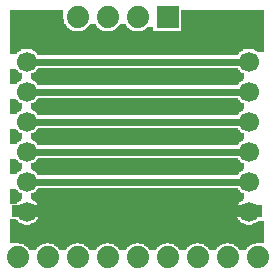
<source format=gtl>
G04 MADE WITH FRITZING*
G04 WWW.FRITZING.ORG*
G04 DOUBLE SIDED*
G04 HOLES PLATED*
G04 CONTOUR ON CENTER OF CONTOUR VECTOR*
%ASAXBY*%
%FSLAX23Y23*%
%MOIN*%
%OFA0B0*%
%SFA1.0B1.0*%
%ADD10C,0.075000*%
%ADD11C,0.074000*%
%ADD12C,0.066929*%
%ADD13R,0.074000X0.074000*%
%ADD14C,0.024000*%
%LNCOPPER1*%
G90*
G70*
G54D10*
X184Y237D03*
G54D11*
X564Y862D03*
X464Y862D03*
X364Y862D03*
X264Y862D03*
X64Y62D03*
X164Y62D03*
X264Y62D03*
X364Y62D03*
X464Y62D03*
X564Y62D03*
X664Y62D03*
X764Y62D03*
X864Y62D03*
G54D12*
X834Y714D03*
X834Y614D03*
X834Y514D03*
X834Y414D03*
X834Y314D03*
X834Y214D03*
X94Y714D03*
X94Y614D03*
X94Y514D03*
X94Y414D03*
X94Y314D03*
X94Y214D03*
G54D13*
X564Y862D03*
G54D14*
X125Y314D02*
X804Y314D01*
D02*
X804Y414D02*
X125Y414D01*
D02*
X804Y514D02*
X125Y514D01*
D02*
X804Y614D02*
X125Y614D01*
D02*
X804Y714D02*
X125Y714D01*
G36*
X40Y885D02*
X40Y815D01*
X252Y815D01*
X252Y817D01*
X246Y817D01*
X246Y819D01*
X242Y819D01*
X242Y821D01*
X238Y821D01*
X238Y823D01*
X236Y823D01*
X236Y825D01*
X234Y825D01*
X234Y827D01*
X230Y827D01*
X230Y829D01*
X228Y829D01*
X228Y833D01*
X226Y833D01*
X226Y835D01*
X224Y835D01*
X224Y839D01*
X222Y839D01*
X222Y841D01*
X220Y841D01*
X220Y847D01*
X218Y847D01*
X218Y855D01*
X216Y855D01*
X216Y885D01*
X40Y885D01*
G37*
D02*
G36*
X610Y885D02*
X610Y815D01*
X884Y815D01*
X884Y885D01*
X610Y885D01*
G37*
D02*
G36*
X304Y839D02*
X304Y837D01*
X302Y837D01*
X302Y833D01*
X300Y833D01*
X300Y831D01*
X298Y831D01*
X298Y829D01*
X296Y829D01*
X296Y827D01*
X294Y827D01*
X294Y825D01*
X292Y825D01*
X292Y823D01*
X288Y823D01*
X288Y821D01*
X286Y821D01*
X286Y819D01*
X282Y819D01*
X282Y817D01*
X274Y817D01*
X274Y815D01*
X352Y815D01*
X352Y817D01*
X346Y817D01*
X346Y819D01*
X342Y819D01*
X342Y821D01*
X338Y821D01*
X338Y823D01*
X336Y823D01*
X336Y825D01*
X334Y825D01*
X334Y827D01*
X330Y827D01*
X330Y829D01*
X328Y829D01*
X328Y833D01*
X326Y833D01*
X326Y835D01*
X324Y835D01*
X324Y839D01*
X304Y839D01*
G37*
D02*
G36*
X404Y839D02*
X404Y837D01*
X402Y837D01*
X402Y833D01*
X400Y833D01*
X400Y831D01*
X398Y831D01*
X398Y829D01*
X396Y829D01*
X396Y827D01*
X394Y827D01*
X394Y825D01*
X392Y825D01*
X392Y823D01*
X388Y823D01*
X388Y821D01*
X386Y821D01*
X386Y819D01*
X382Y819D01*
X382Y817D01*
X374Y817D01*
X374Y815D01*
X452Y815D01*
X452Y817D01*
X446Y817D01*
X446Y819D01*
X442Y819D01*
X442Y821D01*
X438Y821D01*
X438Y823D01*
X436Y823D01*
X436Y825D01*
X434Y825D01*
X434Y827D01*
X430Y827D01*
X430Y829D01*
X428Y829D01*
X428Y833D01*
X426Y833D01*
X426Y835D01*
X424Y835D01*
X424Y839D01*
X404Y839D01*
G37*
D02*
G36*
X496Y829D02*
X496Y827D01*
X494Y827D01*
X494Y825D01*
X492Y825D01*
X492Y823D01*
X488Y823D01*
X488Y821D01*
X486Y821D01*
X486Y819D01*
X482Y819D01*
X482Y817D01*
X474Y817D01*
X474Y815D01*
X516Y815D01*
X516Y829D01*
X496Y829D01*
G37*
D02*
G36*
X40Y815D02*
X40Y813D01*
X884Y813D01*
X884Y815D01*
X40Y815D01*
G37*
D02*
G36*
X40Y815D02*
X40Y813D01*
X884Y813D01*
X884Y815D01*
X40Y815D01*
G37*
D02*
G36*
X40Y815D02*
X40Y813D01*
X884Y813D01*
X884Y815D01*
X40Y815D01*
G37*
D02*
G36*
X40Y815D02*
X40Y813D01*
X884Y813D01*
X884Y815D01*
X40Y815D01*
G37*
D02*
G36*
X40Y815D02*
X40Y813D01*
X884Y813D01*
X884Y815D01*
X40Y815D01*
G37*
D02*
G36*
X40Y813D02*
X40Y757D01*
X846Y757D01*
X846Y755D01*
X852Y755D01*
X852Y753D01*
X856Y753D01*
X856Y751D01*
X858Y751D01*
X858Y749D01*
X862Y749D01*
X862Y747D01*
X864Y747D01*
X864Y745D01*
X884Y745D01*
X884Y813D01*
X40Y813D01*
G37*
D02*
G36*
X40Y757D02*
X40Y739D01*
X60Y739D01*
X60Y741D01*
X62Y741D01*
X62Y745D01*
X64Y745D01*
X64Y747D01*
X68Y747D01*
X68Y749D01*
X70Y749D01*
X70Y751D01*
X74Y751D01*
X74Y753D01*
X76Y753D01*
X76Y755D01*
X82Y755D01*
X82Y757D01*
X40Y757D01*
G37*
D02*
G36*
X106Y757D02*
X106Y755D01*
X112Y755D01*
X112Y753D01*
X116Y753D01*
X116Y751D01*
X118Y751D01*
X118Y749D01*
X122Y749D01*
X122Y747D01*
X124Y747D01*
X124Y745D01*
X126Y745D01*
X126Y743D01*
X128Y743D01*
X128Y741D01*
X130Y741D01*
X130Y737D01*
X798Y737D01*
X798Y739D01*
X800Y739D01*
X800Y741D01*
X802Y741D01*
X802Y745D01*
X804Y745D01*
X804Y747D01*
X808Y747D01*
X808Y749D01*
X810Y749D01*
X810Y751D01*
X814Y751D01*
X814Y753D01*
X816Y753D01*
X816Y755D01*
X824Y755D01*
X824Y757D01*
X106Y757D01*
G37*
D02*
G36*
X132Y693D02*
X132Y691D01*
X130Y691D01*
X130Y689D01*
X128Y689D01*
X128Y687D01*
X126Y687D01*
X126Y683D01*
X124Y683D01*
X124Y681D01*
X120Y681D01*
X120Y679D01*
X118Y679D01*
X118Y677D01*
X114Y677D01*
X114Y675D01*
X110Y675D01*
X110Y655D01*
X112Y655D01*
X112Y653D01*
X116Y653D01*
X116Y651D01*
X118Y651D01*
X118Y649D01*
X122Y649D01*
X122Y647D01*
X124Y647D01*
X124Y645D01*
X126Y645D01*
X126Y643D01*
X128Y643D01*
X128Y641D01*
X130Y641D01*
X130Y637D01*
X798Y637D01*
X798Y639D01*
X800Y639D01*
X800Y641D01*
X802Y641D01*
X802Y645D01*
X804Y645D01*
X804Y647D01*
X808Y647D01*
X808Y649D01*
X810Y649D01*
X810Y651D01*
X814Y651D01*
X814Y653D01*
X816Y653D01*
X816Y655D01*
X818Y655D01*
X818Y675D01*
X814Y675D01*
X814Y677D01*
X810Y677D01*
X810Y679D01*
X808Y679D01*
X808Y681D01*
X806Y681D01*
X806Y683D01*
X804Y683D01*
X804Y685D01*
X802Y685D01*
X802Y687D01*
X800Y687D01*
X800Y689D01*
X798Y689D01*
X798Y693D01*
X132Y693D01*
G37*
D02*
G36*
X40Y689D02*
X40Y639D01*
X60Y639D01*
X60Y641D01*
X62Y641D01*
X62Y645D01*
X64Y645D01*
X64Y647D01*
X68Y647D01*
X68Y649D01*
X70Y649D01*
X70Y651D01*
X74Y651D01*
X74Y653D01*
X76Y653D01*
X76Y655D01*
X78Y655D01*
X78Y675D01*
X74Y675D01*
X74Y677D01*
X70Y677D01*
X70Y679D01*
X68Y679D01*
X68Y681D01*
X66Y681D01*
X66Y683D01*
X64Y683D01*
X64Y685D01*
X62Y685D01*
X62Y687D01*
X60Y687D01*
X60Y689D01*
X40Y689D01*
G37*
D02*
G36*
X132Y593D02*
X132Y591D01*
X130Y591D01*
X130Y589D01*
X128Y589D01*
X128Y587D01*
X126Y587D01*
X126Y583D01*
X124Y583D01*
X124Y581D01*
X120Y581D01*
X120Y579D01*
X118Y579D01*
X118Y577D01*
X114Y577D01*
X114Y575D01*
X110Y575D01*
X110Y555D01*
X112Y555D01*
X112Y553D01*
X116Y553D01*
X116Y551D01*
X118Y551D01*
X118Y549D01*
X122Y549D01*
X122Y547D01*
X124Y547D01*
X124Y545D01*
X126Y545D01*
X126Y543D01*
X128Y543D01*
X128Y541D01*
X130Y541D01*
X130Y537D01*
X798Y537D01*
X798Y539D01*
X800Y539D01*
X800Y541D01*
X802Y541D01*
X802Y545D01*
X804Y545D01*
X804Y547D01*
X808Y547D01*
X808Y549D01*
X810Y549D01*
X810Y551D01*
X814Y551D01*
X814Y553D01*
X816Y553D01*
X816Y555D01*
X818Y555D01*
X818Y575D01*
X814Y575D01*
X814Y577D01*
X810Y577D01*
X810Y579D01*
X808Y579D01*
X808Y581D01*
X806Y581D01*
X806Y583D01*
X804Y583D01*
X804Y585D01*
X802Y585D01*
X802Y587D01*
X800Y587D01*
X800Y589D01*
X798Y589D01*
X798Y593D01*
X132Y593D01*
G37*
D02*
G36*
X40Y589D02*
X40Y539D01*
X60Y539D01*
X60Y541D01*
X62Y541D01*
X62Y545D01*
X64Y545D01*
X64Y547D01*
X68Y547D01*
X68Y549D01*
X70Y549D01*
X70Y551D01*
X74Y551D01*
X74Y553D01*
X76Y553D01*
X76Y555D01*
X78Y555D01*
X78Y575D01*
X74Y575D01*
X74Y577D01*
X70Y577D01*
X70Y579D01*
X68Y579D01*
X68Y581D01*
X66Y581D01*
X66Y583D01*
X64Y583D01*
X64Y585D01*
X62Y585D01*
X62Y587D01*
X60Y587D01*
X60Y589D01*
X40Y589D01*
G37*
D02*
G36*
X132Y493D02*
X132Y491D01*
X130Y491D01*
X130Y489D01*
X128Y489D01*
X128Y487D01*
X126Y487D01*
X126Y483D01*
X124Y483D01*
X124Y481D01*
X120Y481D01*
X120Y479D01*
X118Y479D01*
X118Y477D01*
X114Y477D01*
X114Y475D01*
X110Y475D01*
X110Y455D01*
X112Y455D01*
X112Y453D01*
X116Y453D01*
X116Y451D01*
X118Y451D01*
X118Y449D01*
X122Y449D01*
X122Y447D01*
X124Y447D01*
X124Y445D01*
X126Y445D01*
X126Y443D01*
X128Y443D01*
X128Y441D01*
X130Y441D01*
X130Y437D01*
X798Y437D01*
X798Y439D01*
X800Y439D01*
X800Y441D01*
X802Y441D01*
X802Y445D01*
X804Y445D01*
X804Y447D01*
X808Y447D01*
X808Y449D01*
X810Y449D01*
X810Y451D01*
X814Y451D01*
X814Y453D01*
X816Y453D01*
X816Y455D01*
X818Y455D01*
X818Y475D01*
X814Y475D01*
X814Y477D01*
X810Y477D01*
X810Y479D01*
X808Y479D01*
X808Y481D01*
X806Y481D01*
X806Y483D01*
X804Y483D01*
X804Y485D01*
X802Y485D01*
X802Y487D01*
X800Y487D01*
X800Y489D01*
X798Y489D01*
X798Y493D01*
X132Y493D01*
G37*
D02*
G36*
X40Y489D02*
X40Y439D01*
X60Y439D01*
X60Y441D01*
X62Y441D01*
X62Y445D01*
X64Y445D01*
X64Y447D01*
X68Y447D01*
X68Y449D01*
X70Y449D01*
X70Y451D01*
X74Y451D01*
X74Y453D01*
X76Y453D01*
X76Y455D01*
X78Y455D01*
X78Y475D01*
X74Y475D01*
X74Y477D01*
X70Y477D01*
X70Y479D01*
X68Y479D01*
X68Y481D01*
X66Y481D01*
X66Y483D01*
X64Y483D01*
X64Y485D01*
X62Y485D01*
X62Y487D01*
X60Y487D01*
X60Y489D01*
X40Y489D01*
G37*
D02*
G36*
X132Y393D02*
X132Y391D01*
X130Y391D01*
X130Y389D01*
X128Y389D01*
X128Y387D01*
X126Y387D01*
X126Y383D01*
X124Y383D01*
X124Y381D01*
X120Y381D01*
X120Y379D01*
X118Y379D01*
X118Y377D01*
X114Y377D01*
X114Y375D01*
X110Y375D01*
X110Y355D01*
X112Y355D01*
X112Y353D01*
X116Y353D01*
X116Y351D01*
X118Y351D01*
X118Y349D01*
X122Y349D01*
X122Y347D01*
X124Y347D01*
X124Y345D01*
X126Y345D01*
X126Y343D01*
X128Y343D01*
X128Y341D01*
X130Y341D01*
X130Y337D01*
X798Y337D01*
X798Y339D01*
X800Y339D01*
X800Y341D01*
X802Y341D01*
X802Y345D01*
X804Y345D01*
X804Y347D01*
X808Y347D01*
X808Y349D01*
X810Y349D01*
X810Y351D01*
X814Y351D01*
X814Y353D01*
X816Y353D01*
X816Y355D01*
X818Y355D01*
X818Y375D01*
X814Y375D01*
X814Y377D01*
X810Y377D01*
X810Y379D01*
X808Y379D01*
X808Y381D01*
X806Y381D01*
X806Y383D01*
X804Y383D01*
X804Y385D01*
X802Y385D01*
X802Y387D01*
X800Y387D01*
X800Y389D01*
X798Y389D01*
X798Y393D01*
X132Y393D01*
G37*
D02*
G36*
X40Y389D02*
X40Y339D01*
X60Y339D01*
X60Y341D01*
X62Y341D01*
X62Y345D01*
X64Y345D01*
X64Y347D01*
X68Y347D01*
X68Y349D01*
X70Y349D01*
X70Y351D01*
X74Y351D01*
X74Y353D01*
X76Y353D01*
X76Y355D01*
X78Y355D01*
X78Y375D01*
X74Y375D01*
X74Y377D01*
X70Y377D01*
X70Y379D01*
X68Y379D01*
X68Y381D01*
X66Y381D01*
X66Y383D01*
X64Y383D01*
X64Y385D01*
X62Y385D01*
X62Y387D01*
X60Y387D01*
X60Y389D01*
X40Y389D01*
G37*
D02*
G36*
X40Y289D02*
X40Y239D01*
X60Y239D01*
X60Y241D01*
X62Y241D01*
X62Y245D01*
X64Y245D01*
X64Y247D01*
X68Y247D01*
X68Y249D01*
X70Y249D01*
X70Y251D01*
X74Y251D01*
X74Y253D01*
X76Y253D01*
X76Y255D01*
X78Y255D01*
X78Y275D01*
X74Y275D01*
X74Y277D01*
X70Y277D01*
X70Y279D01*
X68Y279D01*
X68Y281D01*
X66Y281D01*
X66Y283D01*
X64Y283D01*
X64Y285D01*
X62Y285D01*
X62Y287D01*
X60Y287D01*
X60Y289D01*
X40Y289D01*
G37*
D02*
G36*
X132Y293D02*
X132Y291D01*
X130Y291D01*
X130Y289D01*
X128Y289D01*
X128Y287D01*
X126Y287D01*
X126Y283D01*
X124Y283D01*
X124Y281D01*
X120Y281D01*
X120Y279D01*
X118Y279D01*
X118Y277D01*
X114Y277D01*
X114Y275D01*
X110Y275D01*
X110Y255D01*
X112Y255D01*
X112Y253D01*
X116Y253D01*
X116Y251D01*
X118Y251D01*
X118Y249D01*
X122Y249D01*
X122Y247D01*
X124Y247D01*
X124Y245D01*
X126Y245D01*
X126Y243D01*
X128Y243D01*
X128Y241D01*
X130Y241D01*
X130Y237D01*
X132Y237D01*
X132Y233D01*
X134Y233D01*
X134Y229D01*
X136Y229D01*
X136Y221D01*
X138Y221D01*
X138Y207D01*
X136Y207D01*
X136Y199D01*
X134Y199D01*
X134Y195D01*
X132Y195D01*
X132Y191D01*
X130Y191D01*
X130Y189D01*
X128Y189D01*
X128Y187D01*
X126Y187D01*
X126Y183D01*
X124Y183D01*
X124Y181D01*
X120Y181D01*
X120Y179D01*
X118Y179D01*
X118Y177D01*
X114Y177D01*
X114Y175D01*
X110Y175D01*
X110Y173D01*
X104Y173D01*
X104Y171D01*
X824Y171D01*
X824Y173D01*
X818Y173D01*
X818Y175D01*
X814Y175D01*
X814Y177D01*
X810Y177D01*
X810Y179D01*
X808Y179D01*
X808Y181D01*
X806Y181D01*
X806Y183D01*
X804Y183D01*
X804Y185D01*
X802Y185D01*
X802Y187D01*
X800Y187D01*
X800Y189D01*
X798Y189D01*
X798Y193D01*
X796Y193D01*
X796Y197D01*
X794Y197D01*
X794Y201D01*
X792Y201D01*
X792Y213D01*
X790Y213D01*
X790Y215D01*
X792Y215D01*
X792Y227D01*
X794Y227D01*
X794Y233D01*
X796Y233D01*
X796Y235D01*
X798Y235D01*
X798Y239D01*
X800Y239D01*
X800Y241D01*
X802Y241D01*
X802Y245D01*
X804Y245D01*
X804Y247D01*
X808Y247D01*
X808Y249D01*
X810Y249D01*
X810Y251D01*
X814Y251D01*
X814Y253D01*
X816Y253D01*
X816Y255D01*
X818Y255D01*
X818Y275D01*
X814Y275D01*
X814Y277D01*
X810Y277D01*
X810Y279D01*
X808Y279D01*
X808Y281D01*
X806Y281D01*
X806Y283D01*
X804Y283D01*
X804Y285D01*
X802Y285D01*
X802Y287D01*
X800Y287D01*
X800Y289D01*
X798Y289D01*
X798Y293D01*
X132Y293D01*
G37*
D02*
G36*
X40Y189D02*
X40Y171D01*
X84Y171D01*
X84Y173D01*
X78Y173D01*
X78Y175D01*
X74Y175D01*
X74Y177D01*
X70Y177D01*
X70Y179D01*
X68Y179D01*
X68Y181D01*
X66Y181D01*
X66Y183D01*
X64Y183D01*
X64Y185D01*
X62Y185D01*
X62Y187D01*
X60Y187D01*
X60Y189D01*
X40Y189D01*
G37*
D02*
G36*
X864Y183D02*
X864Y181D01*
X860Y181D01*
X860Y179D01*
X858Y179D01*
X858Y177D01*
X854Y177D01*
X854Y175D01*
X850Y175D01*
X850Y173D01*
X844Y173D01*
X844Y171D01*
X884Y171D01*
X884Y183D01*
X864Y183D01*
G37*
D02*
G36*
X40Y171D02*
X40Y169D01*
X884Y169D01*
X884Y171D01*
X40Y171D01*
G37*
D02*
G36*
X40Y171D02*
X40Y169D01*
X884Y169D01*
X884Y171D01*
X40Y171D01*
G37*
D02*
G36*
X40Y171D02*
X40Y169D01*
X884Y169D01*
X884Y171D01*
X40Y171D01*
G37*
D02*
G36*
X40Y169D02*
X40Y109D01*
X770Y109D01*
X770Y107D01*
X778Y107D01*
X778Y105D01*
X784Y105D01*
X784Y103D01*
X786Y103D01*
X786Y101D01*
X790Y101D01*
X790Y99D01*
X792Y99D01*
X792Y97D01*
X796Y97D01*
X796Y95D01*
X798Y95D01*
X798Y91D01*
X800Y91D01*
X800Y89D01*
X802Y89D01*
X802Y87D01*
X804Y87D01*
X804Y85D01*
X824Y85D01*
X824Y89D01*
X826Y89D01*
X826Y91D01*
X828Y91D01*
X828Y93D01*
X830Y93D01*
X830Y95D01*
X832Y95D01*
X832Y97D01*
X834Y97D01*
X834Y99D01*
X836Y99D01*
X836Y101D01*
X840Y101D01*
X840Y103D01*
X844Y103D01*
X844Y105D01*
X850Y105D01*
X850Y107D01*
X858Y107D01*
X858Y109D01*
X884Y109D01*
X884Y169D01*
X40Y169D01*
G37*
D02*
G36*
X70Y109D02*
X70Y107D01*
X78Y107D01*
X78Y105D01*
X84Y105D01*
X84Y103D01*
X86Y103D01*
X86Y101D01*
X90Y101D01*
X90Y99D01*
X92Y99D01*
X92Y97D01*
X96Y97D01*
X96Y95D01*
X98Y95D01*
X98Y91D01*
X100Y91D01*
X100Y89D01*
X102Y89D01*
X102Y87D01*
X104Y87D01*
X104Y85D01*
X124Y85D01*
X124Y89D01*
X126Y89D01*
X126Y91D01*
X128Y91D01*
X128Y93D01*
X130Y93D01*
X130Y95D01*
X132Y95D01*
X132Y97D01*
X134Y97D01*
X134Y99D01*
X136Y99D01*
X136Y101D01*
X140Y101D01*
X140Y103D01*
X144Y103D01*
X144Y105D01*
X150Y105D01*
X150Y107D01*
X158Y107D01*
X158Y109D01*
X70Y109D01*
G37*
D02*
G36*
X170Y109D02*
X170Y107D01*
X178Y107D01*
X178Y105D01*
X184Y105D01*
X184Y103D01*
X186Y103D01*
X186Y101D01*
X190Y101D01*
X190Y99D01*
X192Y99D01*
X192Y97D01*
X196Y97D01*
X196Y95D01*
X198Y95D01*
X198Y91D01*
X200Y91D01*
X200Y89D01*
X202Y89D01*
X202Y87D01*
X204Y87D01*
X204Y85D01*
X224Y85D01*
X224Y89D01*
X226Y89D01*
X226Y91D01*
X228Y91D01*
X228Y93D01*
X230Y93D01*
X230Y95D01*
X232Y95D01*
X232Y97D01*
X234Y97D01*
X234Y99D01*
X236Y99D01*
X236Y101D01*
X240Y101D01*
X240Y103D01*
X244Y103D01*
X244Y105D01*
X250Y105D01*
X250Y107D01*
X258Y107D01*
X258Y109D01*
X170Y109D01*
G37*
D02*
G36*
X270Y109D02*
X270Y107D01*
X278Y107D01*
X278Y105D01*
X284Y105D01*
X284Y103D01*
X286Y103D01*
X286Y101D01*
X290Y101D01*
X290Y99D01*
X292Y99D01*
X292Y97D01*
X296Y97D01*
X296Y95D01*
X298Y95D01*
X298Y91D01*
X300Y91D01*
X300Y89D01*
X302Y89D01*
X302Y87D01*
X304Y87D01*
X304Y85D01*
X324Y85D01*
X324Y89D01*
X326Y89D01*
X326Y91D01*
X328Y91D01*
X328Y93D01*
X330Y93D01*
X330Y95D01*
X332Y95D01*
X332Y97D01*
X334Y97D01*
X334Y99D01*
X336Y99D01*
X336Y101D01*
X340Y101D01*
X340Y103D01*
X344Y103D01*
X344Y105D01*
X350Y105D01*
X350Y107D01*
X358Y107D01*
X358Y109D01*
X270Y109D01*
G37*
D02*
G36*
X370Y109D02*
X370Y107D01*
X378Y107D01*
X378Y105D01*
X384Y105D01*
X384Y103D01*
X386Y103D01*
X386Y101D01*
X390Y101D01*
X390Y99D01*
X392Y99D01*
X392Y97D01*
X396Y97D01*
X396Y95D01*
X398Y95D01*
X398Y91D01*
X400Y91D01*
X400Y89D01*
X402Y89D01*
X402Y87D01*
X404Y87D01*
X404Y85D01*
X424Y85D01*
X424Y89D01*
X426Y89D01*
X426Y91D01*
X428Y91D01*
X428Y93D01*
X430Y93D01*
X430Y95D01*
X432Y95D01*
X432Y97D01*
X434Y97D01*
X434Y99D01*
X436Y99D01*
X436Y101D01*
X440Y101D01*
X440Y103D01*
X444Y103D01*
X444Y105D01*
X450Y105D01*
X450Y107D01*
X458Y107D01*
X458Y109D01*
X370Y109D01*
G37*
D02*
G36*
X470Y109D02*
X470Y107D01*
X478Y107D01*
X478Y105D01*
X484Y105D01*
X484Y103D01*
X486Y103D01*
X486Y101D01*
X490Y101D01*
X490Y99D01*
X492Y99D01*
X492Y97D01*
X496Y97D01*
X496Y95D01*
X498Y95D01*
X498Y91D01*
X500Y91D01*
X500Y89D01*
X502Y89D01*
X502Y87D01*
X504Y87D01*
X504Y85D01*
X524Y85D01*
X524Y89D01*
X526Y89D01*
X526Y91D01*
X528Y91D01*
X528Y93D01*
X530Y93D01*
X530Y95D01*
X532Y95D01*
X532Y97D01*
X534Y97D01*
X534Y99D01*
X536Y99D01*
X536Y101D01*
X540Y101D01*
X540Y103D01*
X544Y103D01*
X544Y105D01*
X550Y105D01*
X550Y107D01*
X558Y107D01*
X558Y109D01*
X470Y109D01*
G37*
D02*
G36*
X570Y109D02*
X570Y107D01*
X578Y107D01*
X578Y105D01*
X584Y105D01*
X584Y103D01*
X586Y103D01*
X586Y101D01*
X590Y101D01*
X590Y99D01*
X592Y99D01*
X592Y97D01*
X596Y97D01*
X596Y95D01*
X598Y95D01*
X598Y91D01*
X600Y91D01*
X600Y89D01*
X602Y89D01*
X602Y87D01*
X604Y87D01*
X604Y85D01*
X624Y85D01*
X624Y89D01*
X626Y89D01*
X626Y91D01*
X628Y91D01*
X628Y93D01*
X630Y93D01*
X630Y95D01*
X632Y95D01*
X632Y97D01*
X634Y97D01*
X634Y99D01*
X636Y99D01*
X636Y101D01*
X640Y101D01*
X640Y103D01*
X644Y103D01*
X644Y105D01*
X650Y105D01*
X650Y107D01*
X658Y107D01*
X658Y109D01*
X570Y109D01*
G37*
D02*
G36*
X670Y109D02*
X670Y107D01*
X678Y107D01*
X678Y105D01*
X684Y105D01*
X684Y103D01*
X686Y103D01*
X686Y101D01*
X690Y101D01*
X690Y99D01*
X692Y99D01*
X692Y97D01*
X696Y97D01*
X696Y95D01*
X698Y95D01*
X698Y91D01*
X700Y91D01*
X700Y89D01*
X702Y89D01*
X702Y87D01*
X704Y87D01*
X704Y85D01*
X724Y85D01*
X724Y89D01*
X726Y89D01*
X726Y91D01*
X728Y91D01*
X728Y93D01*
X730Y93D01*
X730Y95D01*
X732Y95D01*
X732Y97D01*
X734Y97D01*
X734Y99D01*
X736Y99D01*
X736Y101D01*
X740Y101D01*
X740Y103D01*
X744Y103D01*
X744Y105D01*
X750Y105D01*
X750Y107D01*
X758Y107D01*
X758Y109D01*
X670Y109D01*
G37*
D02*
G36*
X46Y237D02*
X74Y237D01*
X74Y198D01*
X46Y198D01*
X46Y237D01*
G37*
D02*
G36*
X112Y237D02*
X138Y237D01*
X138Y198D01*
X112Y198D01*
X112Y237D01*
G37*
D02*
G36*
X788Y237D02*
X812Y237D01*
X812Y198D01*
X788Y198D01*
X788Y237D01*
G37*
D02*
G36*
X850Y237D02*
X878Y237D01*
X878Y198D01*
X850Y198D01*
X850Y237D01*
G37*
D02*
G04 End of Copper1*
M02*
</source>
